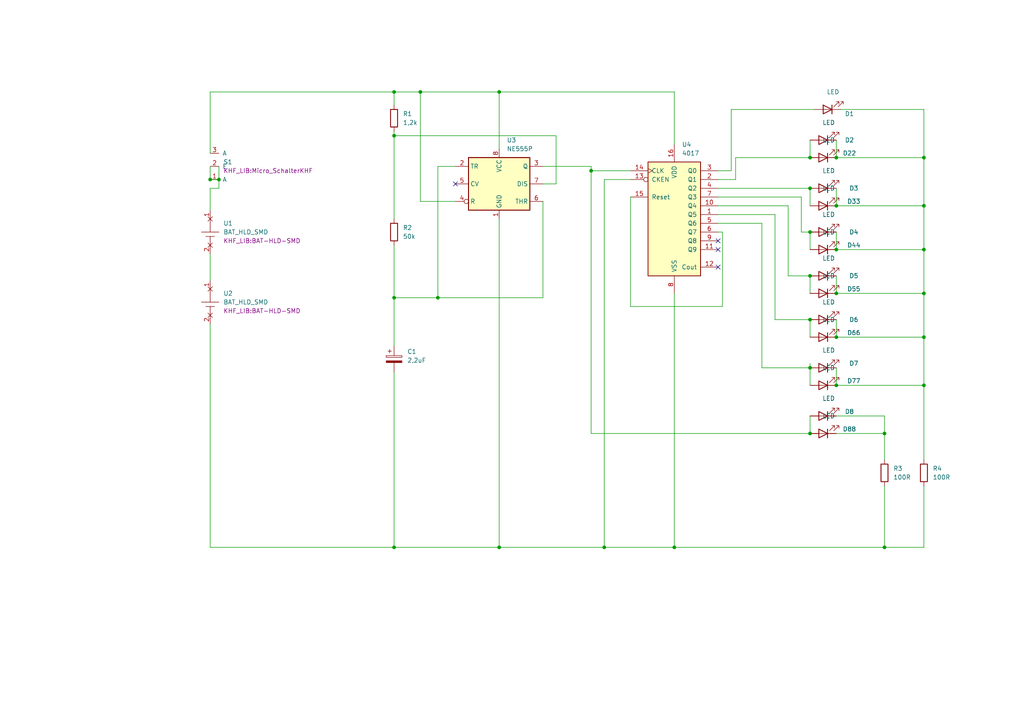
<source format=kicad_sch>
(kicad_sch (version 20230121) (generator eeschema)
  (paper "A4")
  (lib_symbols
    (symbol "!Goody:BAT_HLD_SMD" (pin_names (offset 1.016))
      (property "Reference" "U" (at -5.08 0 0))
      (property "Value" "BAT_HLD_SMD" (at -10.16 3.81 0))
      (property "Footprint" "KHF_LIB:BAT-HLD-SMD" (at -15.24 6.35 0))
      (symbol "BAT_HLD_SMD_0_1"
        (rectangle (start -1.27 -1.27) (end 1.27 -1.27))
        (rectangle (start -1.27 0) (end -2.54 0))
        (rectangle (start -1.27 0) (end 1.27 0))
        (polyline (pts (xy 0 -3.81) (xy 0 -1.27)))
        (polyline (pts (xy 0 0) (xy 0 3.81)))
        (polyline (pts (xy 1.27 0) (xy 2.54 0)))
      )
      (symbol "BAT_HLD_SMD_1_1"
        (pin power_out non_logic (at 0 6.35 270) (length 2.54) (name "~") (number "1"))
        (pin power_out non_logic (at 0 -6.35 90) (length 2.54) (name "~") (number "2"))
      )
    )
    (symbol "!Goody:ELKO" (pin_numbers hide) (pin_names (offset 0.254))
      (property "Reference" "C" (at 0.635 2.54 0))
      (property "Value" "ELKO" (at 0.635 -2.54 0))
      (symbol "ELKO_0_1"
        (rectangle (start -2.286 0.508) (end 2.286 1.016))
        (polyline (pts (xy -1.778 2.286) (xy -0.762 2.286)))
        (polyline (pts (xy -1.27 2.794) (xy -1.27 1.778)))
        (rectangle (start 2.286 -0.508) (end -2.286 -1.016) (fill (type outline)))
      )
      (symbol "ELKO_1_1"
        (pin passive line (at 0 3.81 270) (length 2.794) (name "~") (number "1"))
        (pin passive line (at 0 -3.81 90) (length 2.794) (name "~") (number "2"))
      )
    )
    (symbol "!Goody:LED" (pin_numbers hide) (pin_names (offset 1.016) hide)
      (property "Reference" "D" (at 0 2.54 0))
      (property "Value" "LED" (at 2.54 -2.54 90))
      (symbol "LED_0_1"
        (polyline (pts (xy 0 -3.81) (xy 0 -1.27)))
        (polyline (pts (xy 1.27 -3.81) (xy -1.27 -3.81)) (stroke (width 0.254)))
        (polyline (pts (xy 1.27 -1.27) (xy -1.27 -1.27) (xy 0 -3.81) (xy 1.27 -1.27)) (stroke (width 0.254)))
        (polyline (pts (xy 0.762 -5.588) (xy 2.286 -7.112) (xy 2.286 -6.35) (xy 2.286 -7.112) (xy 1.524 -7.112)))
        (polyline (pts (xy 0.762 -4.318) (xy 2.286 -5.842) (xy 2.286 -5.08) (xy 2.286 -5.842) (xy 1.524 -5.842)))
      )
      (symbol "LED_1_1"
        (pin passive line (at 0 -6.35 90) (length 2.54) (name "K") (number "1"))
        (pin passive line (at 0 1.27 270) (length 2.54) (name "A") (number "2"))
      )
    )
    (symbol "!Goody:Micro_Schalter" (pin_names (offset 1.016))
      (property "Reference" "S" (at 0 0 0))
      (property "Footprint" "KHF_LIB:Micro_SchalterKHF" (at 0 0 0))
      (symbol "Micro_Schalter_1_1"
        (pin passive line (at -3.81 -2.54 270) (length 2.54) (name "A") (number "1"))
        (pin passive line (at 0 -2.54 270) (length 2.54) (name "E") (number "2"))
        (pin passive line (at 3.81 -2.54 270) (length 2.54) (name "A") (number "3"))
      )
    )
    (symbol "!Goody:R" (pin_numbers hide) (pin_names (offset 0))
      (property "Reference" "R" (at 2.032 0 90))
      (property "Value" "R" (at 0 0 90))
      (symbol "R_0_1"
        (rectangle (start -1.016 -2.54) (end 1.016 2.54) (stroke (width 0.254)))
      )
      (symbol "R_1_1"
        (pin passive line (at 0 3.81 270) (length 1.27) (name "~") (number "1"))
        (pin passive line (at 0 -3.81 90) (length 1.27) (name "~") (number "2"))
      )
    )
    (symbol "4xxx:4017" (pin_names (offset 1.016))
      (property "Reference" "U" (at -7.62 16.51 0))
      (property "Value" "4017" (at -7.62 -19.05 0))
      (symbol "4017_1_0"
        (pin output line (at 12.7 0 180) (length 5.08) (name "Q5") (number "1"))
        (pin output line (at 12.7 2.54 180) (length 5.08) (name "Q4") (number "10"))
        (pin output line (at 12.7 -10.16 180) (length 5.08) (name "Q9") (number "11"))
        (pin output line (at 12.7 -15.24 180) (length 5.08) (name "Cout") (number "12"))
        (pin input inverted (at -12.7 10.16 0) (length 5.08) (name "CKEN") (number "13"))
        (pin input clock (at -12.7 12.7 0) (length 5.08) (name "CLK") (number "14"))
        (pin input line (at -12.7 5.08 0) (length 5.08) (name "Reset") (number "15"))
        (pin power_in line (at 0 20.32 270) (length 5.08) (name "VDD") (number "16"))
        (pin output line (at 12.7 10.16 180) (length 5.08) (name "Q1") (number "2"))
        (pin output line (at 12.7 12.7 180) (length 5.08) (name "Q0") (number "3"))
        (pin output line (at 12.7 7.62 180) (length 5.08) (name "Q2") (number "4"))
        (pin output line (at 12.7 -2.54 180) (length 5.08) (name "Q6") (number "5"))
        (pin output line (at 12.7 -5.08 180) (length 5.08) (name "Q7") (number "6"))
        (pin output line (at 12.7 5.08 180) (length 5.08) (name "Q3") (number "7"))
        (pin power_in line (at 0 -22.86 90) (length 5.08) (name "VSS") (number "8"))
        (pin output line (at 12.7 -7.62 180) (length 5.08) (name "Q8") (number "9"))
      )
      (symbol "4017_1_1"
        (rectangle (start -7.62 15.24) (end 7.62 -17.78) (stroke (width 0.254)) (fill (type background)))
      )
    )
    (symbol "Timer:NE555P"
      (property "Reference" "U" (at -10.16 8.89 0))
      (property "Value" "NE555P" (at 2.54 8.89 0))
      (symbol "NE555P_0_0"
        (pin power_in line (at 0 -10.16 90) (length 2.54) (name "GND") (number "1"))
        (pin power_in line (at 0 10.16 270) (length 2.54) (name "VCC") (number "8"))
      )
      (symbol "NE555P_0_1"
        (rectangle (start -8.89 -7.62) (end 8.89 7.62) (stroke (width 0.254)) (fill (type background)))
        (rectangle (start -8.89 -7.62) (end 8.89 7.62) (stroke (width 0.254)) (fill (type background)))
      )
      (symbol "NE555P_1_1"
        (pin input line (at -12.7 5.08 0) (length 3.81) (name "TR") (number "2"))
        (pin output line (at 12.7 5.08 180) (length 3.81) (name "Q") (number "3"))
        (pin input inverted (at -12.7 -5.08 0) (length 3.81) (name "R") (number "4"))
        (pin input line (at -12.7 0 0) (length 3.81) (name "CV") (number "5"))
        (pin input line (at 12.7 -5.08 180) (length 3.81) (name "THR") (number "6"))
        (pin input line (at 12.7 0 180) (length 3.81) (name "DIS") (number "7"))
      )
    )
  )
  (junction (at 234.95 80.01))
  (junction (at 256.54 125.73))
  (junction (at 63.5 52.07))
  (junction (at 267.97 59.69))
  (junction (at 234.95 67.31))
  (junction (at 234.95 92.71))
  (junction (at 242.57 97.79))
  (junction (at 144.78 26.67))
  (junction (at 242.57 45.72))
  (junction (at 60.96 52.07))
  (junction (at 171.45 49.53))
  (junction (at 121.92 26.67))
  (junction (at 195.58 158.75))
  (junction (at 242.57 85.09))
  (junction (at 242.57 72.39))
  (junction (at 234.95 106.68))
  (junction (at 127 86.36))
  (junction (at 242.57 111.76))
  (junction (at 256.54 158.75))
  (junction (at 114.3 39.37))
  (junction (at 242.57 59.69))
  (junction (at 234.95 54.61))
  (junction (at 114.3 158.75))
  (junction (at 267.97 97.79))
  (junction (at 175.26 158.75))
  (junction (at 234.95 45.72))
  (junction (at 267.97 72.39))
  (junction (at 114.3 86.36))
  (junction (at 267.97 85.09))
  (junction (at 267.97 45.72))
  (junction (at 234.95 125.73))
  (junction (at 267.97 111.76))
  (junction (at 144.78 158.75))
  (junction (at 114.3 26.67))
  (no_connect (at 208.28 72.39))
  (no_connect (at 208.28 69.85))
  (no_connect (at 208.28 77.47))
  (no_connect (at 132.08 53.34))
  (wire (pts (xy 212.09 31.75) (xy 236.22 31.75)))
  (wire (pts (xy 208.28 59.69) (xy 228.6 59.69)))
  (wire (pts (xy 114.3 39.37) (xy 161.29 39.37)))
  (wire (pts (xy 208.28 52.07) (xy 213.36 52.07)))
  (wire (pts (xy 208.28 67.31) (xy 209.55 67.31)))
  (wire (pts (xy 242.57 72.39) (xy 267.97 72.39)))
  (wire (pts (xy 242.57 85.09) (xy 267.97 85.09)))
  (wire (pts (xy 234.95 120.65) (xy 234.95 125.73)))
  (wire (pts (xy 182.88 52.07) (xy 175.26 52.07)))
  (wire (pts (xy 182.88 49.53) (xy 171.45 49.53)))
  (wire (pts (xy 234.95 92.71) (xy 224.79 92.71)))
  (wire (pts (xy 195.58 85.09) (xy 195.58 158.75)))
  (wire (pts (xy 220.98 64.77) (xy 220.98 106.68)))
  (wire (pts (xy 228.6 80.01) (xy 228.6 59.69)))
  (wire (pts (xy 213.36 45.72) (xy 213.36 52.07)))
  (wire (pts (xy 208.28 57.15) (xy 232.41 57.15)))
  (wire (pts (xy 121.92 26.67) (xy 144.78 26.67)))
  (wire (pts (xy 182.88 57.15) (xy 182.88 88.9)))
  (wire (pts (xy 114.3 86.36) (xy 127 86.36)))
  (wire (pts (xy 114.3 71.12) (xy 114.3 86.36)))
  (wire (pts (xy 208.28 49.53) (xy 212.09 49.53)))
  (wire (pts (xy 212.09 49.53) (xy 212.09 31.75)))
  (wire (pts (xy 144.78 26.67) (xy 195.58 26.67)))
  (wire (pts (xy 209.55 67.31) (xy 209.55 88.9)))
  (wire (pts (xy 114.3 38.1) (xy 114.3 39.37)))
  (wire (pts (xy 60.96 60.96) (xy 60.96 54.61)))
  (wire (pts (xy 242.57 67.31) (xy 242.57 72.39)))
  (wire (pts (xy 195.58 158.75) (xy 256.54 158.75)))
  (wire (pts (xy 267.97 59.69) (xy 267.97 45.72)))
  (wire (pts (xy 232.41 67.31) (xy 234.95 67.31)))
  (wire (pts (xy 114.3 39.37) (xy 114.3 63.5)))
  (wire (pts (xy 224.79 92.71) (xy 224.79 62.23)))
  (wire (pts (xy 114.3 86.36) (xy 114.3 100.33)))
  (wire (pts (xy 234.95 105.41) (xy 234.95 106.68)))
  (wire (pts (xy 175.26 158.75) (xy 195.58 158.75)))
  (wire (pts (xy 127 48.26) (xy 127 86.36)))
  (wire (pts (xy 242.57 80.01) (xy 242.57 85.09)))
  (wire (pts (xy 234.95 67.31) (xy 234.95 72.39)))
  (wire (pts (xy 242.57 120.65) (xy 256.54 120.65)))
  (wire (pts (xy 171.45 125.73) (xy 171.45 49.53)))
  (wire (pts (xy 267.97 72.39) (xy 267.97 59.69)))
  (wire (pts (xy 256.54 120.65) (xy 256.54 125.73)))
  (wire (pts (xy 60.96 26.67) (xy 114.3 26.67)))
  (wire (pts (xy 144.78 63.5) (xy 144.78 158.75)))
  (wire (pts (xy 267.97 97.79) (xy 267.97 111.76)))
  (wire (pts (xy 208.28 64.77) (xy 220.98 64.77)))
  (wire (pts (xy 242.57 45.72) (xy 267.97 45.72)))
  (wire (pts (xy 144.78 158.75) (xy 175.26 158.75)))
  (wire (pts (xy 114.3 26.67) (xy 114.3 30.48)))
  (wire (pts (xy 220.98 106.68) (xy 234.95 106.68)))
  (wire (pts (xy 234.95 92.71) (xy 234.95 97.79)))
  (wire (pts (xy 114.3 107.95) (xy 114.3 158.75)))
  (wire (pts (xy 209.55 88.9) (xy 182.88 88.9)))
  (wire (pts (xy 157.48 58.42) (xy 157.48 86.36)))
  (wire (pts (xy 234.95 40.64) (xy 234.95 45.72)))
  (wire (pts (xy 242.57 125.73) (xy 256.54 125.73)))
  (wire (pts (xy 267.97 85.09) (xy 267.97 72.39)))
  (wire (pts (xy 256.54 140.97) (xy 256.54 158.75)))
  (wire (pts (xy 63.5 48.26) (xy 63.5 52.07)))
  (wire (pts (xy 242.57 92.71) (xy 242.57 97.79)))
  (wire (pts (xy 60.96 158.75) (xy 114.3 158.75)))
  (wire (pts (xy 60.96 73.66) (xy 60.96 81.28)))
  (wire (pts (xy 114.3 26.67) (xy 121.92 26.67)))
  (wire (pts (xy 242.57 111.76) (xy 267.97 111.76)))
  (wire (pts (xy 195.58 41.91) (xy 195.58 26.67)))
  (wire (pts (xy 242.57 40.64) (xy 242.57 45.72)))
  (wire (pts (xy 208.28 54.61) (xy 234.95 54.61)))
  (wire (pts (xy 60.96 54.61) (xy 63.5 54.61)))
  (wire (pts (xy 256.54 125.73) (xy 256.54 133.35)))
  (wire (pts (xy 60.96 52.07) (xy 63.5 52.07)))
  (wire (pts (xy 267.97 158.75) (xy 256.54 158.75)))
  (wire (pts (xy 232.41 57.15) (xy 232.41 67.31)))
  (wire (pts (xy 234.95 80.01) (xy 234.95 85.09)))
  (wire (pts (xy 132.08 48.26) (xy 127 48.26)))
  (wire (pts (xy 121.92 58.42) (xy 121.92 26.67)))
  (wire (pts (xy 267.97 140.97) (xy 267.97 158.75)))
  (wire (pts (xy 234.95 106.68) (xy 234.95 111.76)))
  (wire (pts (xy 127 86.36) (xy 157.48 86.36)))
  (wire (pts (xy 60.96 26.67) (xy 60.96 44.45)))
  (wire (pts (xy 161.29 39.37) (xy 161.29 53.34)))
  (wire (pts (xy 157.48 53.34) (xy 161.29 53.34)))
  (wire (pts (xy 234.95 125.73) (xy 171.45 125.73)))
  (wire (pts (xy 242.57 106.68) (xy 242.57 111.76)))
  (wire (pts (xy 267.97 111.76) (xy 267.97 133.35)))
  (wire (pts (xy 242.57 59.69) (xy 267.97 59.69)))
  (wire (pts (xy 63.5 52.07) (xy 63.5 54.61)))
  (wire (pts (xy 208.28 62.23) (xy 224.79 62.23)))
  (wire (pts (xy 144.78 26.67) (xy 144.78 43.18)))
  (wire (pts (xy 234.95 54.61) (xy 234.95 59.69)))
  (wire (pts (xy 171.45 48.26) (xy 157.48 48.26)))
  (wire (pts (xy 234.95 45.72) (xy 213.36 45.72)))
  (wire (pts (xy 171.45 49.53) (xy 171.45 48.26)))
  (wire (pts (xy 132.08 58.42) (xy 121.92 58.42)))
  (wire (pts (xy 114.3 158.75) (xy 144.78 158.75)))
  (wire (pts (xy 267.97 85.09) (xy 267.97 97.79)))
  (wire (pts (xy 234.95 80.01) (xy 228.6 80.01)))
  (wire (pts (xy 242.57 97.79) (xy 267.97 97.79)))
  (wire (pts (xy 60.96 48.26) (xy 60.96 52.07)))
  (wire (pts (xy 175.26 52.07) (xy 175.26 158.75)))
  (wire (pts (xy 60.96 158.75) (xy 60.96 93.98)))
  (wire (pts (xy 267.97 45.72) (xy 267.97 31.75)))
  (wire (pts (xy 243.84 31.75) (xy 267.97 31.75)))
  (wire (pts (xy 242.57 54.61) (xy 242.57 59.69)))
  (symbol (lib_id "!Goody:R") (at 256.54 137.16 0) (unit 1)
    (property "Reference" "R3" (at 259.08 135.89 0) (effects (justify left)))
    (property "Value" "100R" (at 259.08 138.43 0) (effects (justify left)))
    (property "Footprint" "Resistor_THT:R_Axial_DIN0411_L9.9mm_D3.6mm_P12.70mm_Horizontal" (effects hide))
  )
  (symbol (lib_id "!Goody:LED") (at 236.22 80.01 90) (unit 1)
    (property "Reference" "D5" (at 247.65 80.01 90))
    (property "Value" "LED" (at 240.3475 74.93 90))
    (property "Footprint" "LED_THT:LED_D5.0mm" (effects hide))
  )
  (symbol (lib_id "!Goody:BAT_HLD_SMD") (at 60.96 67.31 0) (unit 1)
    (property "Reference" "U1" (at 64.77 64.77 0) (effects (justify left)))
    (property "Value" "BAT_HLD_SMD" (at 64.77 67.31 0) (effects (justify left)))
    (property "Footprint" "KHF_LIB:BAT-HLD-SMD" (at 64.77 69.85 0) (effects (justify left)))
  )
  (symbol (lib_id "!Goody:LED") (at 236.22 106.68 90) (unit 1)
    (property "Reference" "D7" (at 247.65 105.41 90))
    (property "Value" "LED" (at 240.3475 101.6 90))
    (property "Footprint" "LED_THT:LED_D5.0mm" (effects hide))
  )
  (symbol (lib_id "!Goody:LED") (at 236.22 125.73 90) (unit 1)
    (property "Reference" "D88" (at 246.38 124.46 90))
    (property "Value" "LED" (at 240.3475 120.65 90))
    (property "Footprint" "LED_THT:LED_D5.0mm" (effects hide))
  )
  (symbol (lib_id "!Goody:LED") (at 237.49 31.75 90) (unit 1)
    (property "Reference" "D1" (at 246.38 33.02 90))
    (property "Value" "LED" (at 241.6175 26.67 90))
    (property "Footprint" "LED_THT:LED_D5.0mm" (effects hide))
  )
  (symbol (lib_id "!Goody:ELKO") (at 114.3 104.14 0) (unit 1)
    (property "Reference" "C1" (at 118.11 101.981 0) (effects (justify left)))
    (property "Value" "2,2uF" (at 118.11 104.521 0) (effects (justify left)))
  )
  (symbol (lib_id "Timer:NE555P") (at 144.78 53.34 0) (unit 1)
    (property "Reference" "U3" (at 146.9741 40.64 0) (effects (justify left)))
    (property "Value" "NE555P" (at 146.9741 43.18 0) (effects (justify left)))
    (property "Footprint" "Package_DIP:DIP-8_W7.62mm" (effects hide))
    (property "Datasheet" "http://www.ti.com/lit/ds/symlink/ne555.pdf" (effects hide))
  )
  (symbol (lib_id "!Goody:LED") (at 236.22 85.09 90) (unit 1)
    (property "Reference" "D55" (at 247.65 83.82 90))
    (property "Value" "LED" (at 240.3475 80.01 90))
    (property "Footprint" "LED_THT:LED_D5.0mm" (effects hide))
  )
  (symbol (lib_id "!Goody:BAT_HLD_SMD") (at 60.96 87.63 0) (unit 1)
    (property "Reference" "U2" (at 64.77 85.09 0) (effects (justify left)))
    (property "Value" "BAT_HLD_SMD" (at 64.77 87.63 0) (effects (justify left)))
    (property "Footprint" "KHF_LIB:BAT-HLD-SMD" (at 64.77 90.17 0) (effects (justify left)))
  )
  (symbol (lib_id "!Goody:LED") (at 236.22 72.39 90) (unit 1)
    (property "Reference" "D44" (at 247.65 71.12 90))
    (property "Value" "LED" (at 240.3475 67.31 90))
    (property "Footprint" "LED_THT:LED_D5.0mm" (effects hide))
  )
  (symbol (lib_id "!Goody:LED") (at 236.22 45.72 90) (unit 1)
    (property "Reference" "D22" (at 246.38 44.45 90))
    (property "Value" "LED" (at 240.3475 40.64 90))
    (property "Footprint" "LED_THT:LED_D5.0mm" (effects hide))
  )
  (symbol (lib_id "!Goody:R") (at 114.3 67.31 0) (unit 1)
    (property "Reference" "R2" (at 116.84 66.04 0) (effects (justify left)))
    (property "Value" "50k" (at 116.84 68.58 0) (effects (justify left)))
    (property "Footprint" "Resistor_THT:R_Axial_DIN0411_L9.9mm_D3.6mm_P12.70mm_Horizontal" (effects hide))
  )
  (symbol (lib_id "4xxx:4017") (at 195.58 62.23 0) (unit 1)
    (property "Reference" "U4" (at 197.7741 41.91 0) (effects (justify left)))
    (property "Value" "4017" (at 197.7741 44.45 0) (effects (justify left)))
    (property "Datasheet" "http://www.intersil.com/content/dam/Intersil/documents/cd40/cd4017bms-22bms.pdf" (effects hide))
  )
  (symbol (lib_id "!Goody:LED") (at 236.22 120.65 90) (unit 1)
    (property "Reference" "D8" (at 246.38 119.38 90))
    (property "Value" "LED" (at 240.3475 115.57 90))
    (property "Footprint" "LED_THT:LED_D5.0mm" (effects hide))
  )
  (symbol (lib_id "!Goody:LED") (at 236.22 40.64 90) (unit 1)
    (property "Reference" "D2" (at 246.38 40.64 90))
    (property "Value" "LED" (at 240.3475 35.56 90))
    (property "Footprint" "LED_THT:LED_D5.0mm" (effects hide))
  )
  (symbol (lib_id "!Goody:LED") (at 236.22 59.69 90) (unit 1)
    (property "Reference" "D33" (at 247.65 58.42 90))
    (property "Value" "LED" (at 240.3475 54.61 90))
    (property "Footprint" "LED_THT:LED_D5.0mm" (effects hide))
  )
  (symbol (lib_id "!Goody:LED") (at 236.22 111.76 90) (unit 1)
    (property "Reference" "D77" (at 247.65 110.49 90))
    (property "Value" "LED" (at 240.3475 106.68 90))
    (property "Footprint" "LED_THT:LED_D5.0mm" (effects hide))
  )
  (symbol (lib_id "!Goody:R") (at 267.97 137.16 0) (unit 1)
    (property "Reference" "R4" (at 270.51 135.89 0) (effects (justify left)))
    (property "Value" "100R" (at 270.51 138.43 0) (effects (justify left)))
    (property "Footprint" "Resistor_THT:R_Axial_DIN0411_L9.9mm_D3.6mm_P12.70mm_Horizontal" (effects hide))
  )
  (symbol (lib_id "!Goody:LED") (at 236.22 54.61 90) (unit 1)
    (property "Reference" "D3" (at 247.65 54.61 90))
    (property "Value" "LED" (at 240.3475 49.53 90))
    (property "Footprint" "LED_THT:LED_D5.0mm" (effects hide))
  )
  (symbol (lib_id "!Goody:R") (at 114.3 34.29 0) (unit 1)
    (property "Reference" "R1" (at 116.84 33.02 0) (effects (justify left)))
    (property "Value" "1,2k" (at 116.84 35.56 0) (effects (justify left)))
    (property "Footprint" "Resistor_THT:R_Axial_DIN0411_L9.9mm_D3.6mm_P12.70mm_Horizontal" (effects hide))
  )
  (symbol (lib_id "!Goody:LED") (at 236.22 97.79 90) (unit 1)
    (property "Reference" "D66" (at 247.65 96.52 90))
    (property "Value" "LED" (at 240.3475 92.71 90))
    (property "Footprint" "LED_THT:LED_D5.0mm" (effects hide))
  )
  (symbol (lib_id "!Goody:LED") (at 236.22 92.71 90) (unit 1)
    (property "Reference" "D6" (at 247.65 92.71 90))
    (property "Value" "LED" (at 240.3475 87.63 90))
    (property "Footprint" "LED_THT:LED_D5.0mm" (effects hide))
  )
  (symbol (lib_id "!Goody:Micro_Schalter") (at 58.42 48.26 90) (unit 1)
    (property "Reference" "S1" (at 64.77 46.99 90) (effects (justify right)))
    (property "Value" "Micro_Schalter" (effects hide))
    (property "Footprint" "KHF_LIB:Micro_SchalterKHF" (at 64.77 49.53 90) (effects (justify right)))
  )
  (symbol (lib_id "!Goody:LED") (at 236.22 67.31 90) (unit 1)
    (property "Reference" "D4" (at 247.65 67.31 90))
    (property "Value" "LED" (at 240.3475 62.23 90))
    (property "Footprint" "LED_THT:LED_D5.0mm" (effects hide))
  )
)
</source>
